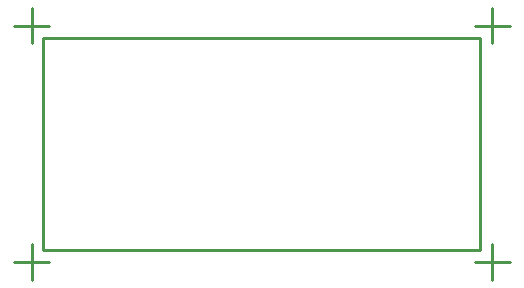
<source format=gko>
G04*
G04 #@! TF.GenerationSoftware,Altium Limited,Altium Designer,18.1.1 (9)*
G04*
G04 Layer_Color=16711935*
%FSLAX42Y42*%
%MOMM*%
G71*
G01*
G75*
%ADD53C,0.25*%
D53*
X3800Y-250D02*
Y50D01*
X3650Y-100D02*
X3950D01*
X3650Y1900D02*
X3950D01*
X3800Y1750D02*
Y2050D01*
X-250Y1900D02*
X50D01*
X-100Y1750D02*
Y2050D01*
X-250Y-100D02*
X50D01*
X-100Y-250D02*
Y50D01*
X0Y0D02*
Y1800D01*
X3700D01*
Y0D02*
Y1800D01*
X0Y0D02*
X3700D01*
M02*

</source>
